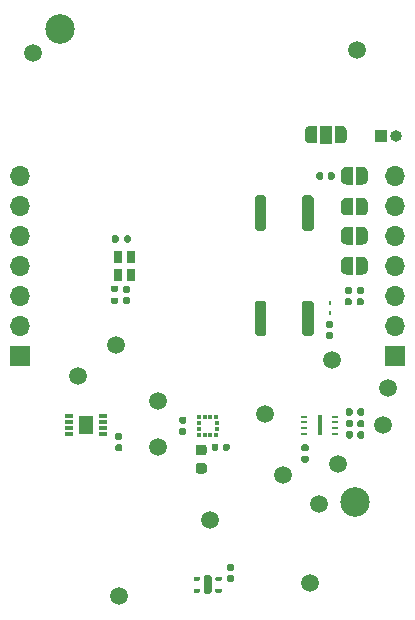
<source format=gbs>
G04 #@! TF.GenerationSoftware,KiCad,Pcbnew,(5.1.8)-1*
G04 #@! TF.CreationDate,2020-11-30T00:12:40+01:00*
G04 #@! TF.ProjectId,generic_node,67656e65-7269-4635-9f6e-6f64652e6b69,1.1*
G04 #@! TF.SameCoordinates,PX510ff40PY6422c40*
G04 #@! TF.FileFunction,Soldermask,Bot*
G04 #@! TF.FilePolarity,Negative*
%FSLAX46Y46*%
G04 Gerber Fmt 4.6, Leading zero omitted, Abs format (unit mm)*
G04 Created by KiCad (PCBNEW (5.1.8)-1) date 2020-11-30 00:12:40*
%MOMM*%
%LPD*%
G01*
G04 APERTURE LIST*
%ADD10R,0.375000X0.350000*%
%ADD11R,0.350000X0.375000*%
%ADD12R,0.750000X0.300000*%
%ADD13R,1.300000X1.500000*%
%ADD14R,0.300000X1.700000*%
%ADD15R,0.600000X0.270000*%
%ADD16C,0.100000*%
%ADD17R,1.000000X1.000000*%
%ADD18O,1.000000X1.000000*%
%ADD19R,1.700000X1.700000*%
%ADD20O,1.700000X1.700000*%
%ADD21C,2.500000*%
%ADD22R,0.800000X1.000000*%
%ADD23R,0.250000X0.360000*%
%ADD24C,1.500000*%
%ADD25R,1.000000X1.500000*%
G04 APERTURE END LIST*
D10*
X-754500Y-13288803D03*
X-754500Y-13788803D03*
X770500Y-13788803D03*
X770500Y-13288803D03*
D11*
X-742000Y-14301303D03*
X-742000Y-12776303D03*
X758000Y-14301303D03*
X758000Y-12776303D03*
X258000Y-14301303D03*
X-242000Y-14301303D03*
X258000Y-12776303D03*
X-242000Y-12776303D03*
D12*
X-11750000Y-14238803D03*
X-11750000Y-13738803D03*
X-11750000Y-13238803D03*
X-11750000Y-12738803D03*
X-8850000Y-12738803D03*
X-8850000Y-13238803D03*
X-8850000Y-13738803D03*
X-8850000Y-14238803D03*
D13*
X-10300000Y-13488803D03*
G36*
G01*
X375400Y-26387900D02*
X375400Y-27637900D01*
G75*
G02*
X200400Y-27812900I-175000J0D01*
G01*
X-149600Y-27812900D01*
G75*
G02*
X-324600Y-27637900I0J175000D01*
G01*
X-324600Y-26387900D01*
G75*
G02*
X-149600Y-26212900I175000J0D01*
G01*
X200400Y-26212900D01*
G75*
G02*
X375400Y-26387900I0J-175000D01*
G01*
G37*
G36*
G01*
X-624600Y-26425400D02*
X-624600Y-26600400D01*
G75*
G02*
X-712100Y-26687900I-87500J0D01*
G01*
X-1087100Y-26687900D01*
G75*
G02*
X-1174600Y-26600400I0J87500D01*
G01*
X-1174600Y-26425400D01*
G75*
G02*
X-1087100Y-26337900I87500J0D01*
G01*
X-712100Y-26337900D01*
G75*
G02*
X-624600Y-26425400I0J-87500D01*
G01*
G37*
G36*
G01*
X-624600Y-27425400D02*
X-624600Y-27600400D01*
G75*
G02*
X-712100Y-27687900I-87500J0D01*
G01*
X-1087100Y-27687900D01*
G75*
G02*
X-1174600Y-27600400I0J87500D01*
G01*
X-1174600Y-27425400D01*
G75*
G02*
X-1087100Y-27337900I87500J0D01*
G01*
X-712100Y-27337900D01*
G75*
G02*
X-624600Y-27425400I0J-87500D01*
G01*
G37*
G36*
G01*
X1225400Y-27425400D02*
X1225400Y-27600400D01*
G75*
G02*
X1137900Y-27687900I-87500J0D01*
G01*
X762900Y-27687900D01*
G75*
G02*
X675400Y-27600400I0J87500D01*
G01*
X675400Y-27425400D01*
G75*
G02*
X762900Y-27337900I87500J0D01*
G01*
X1137900Y-27337900D01*
G75*
G02*
X1225400Y-27425400I0J-87500D01*
G01*
G37*
G36*
G01*
X1225400Y-26425400D02*
X1225400Y-26600400D01*
G75*
G02*
X1137900Y-26687900I-87500J0D01*
G01*
X762900Y-26687900D01*
G75*
G02*
X675400Y-26600400I0J87500D01*
G01*
X675400Y-26425400D01*
G75*
G02*
X762900Y-26337900I87500J0D01*
G01*
X1137900Y-26337900D01*
G75*
G02*
X1225400Y-26425400I0J-87500D01*
G01*
G37*
D14*
X9512000Y-13527000D03*
D15*
X10812000Y-14277000D03*
X10812000Y-13777000D03*
X10812000Y-13277000D03*
X10812000Y-12777000D03*
X8212000Y-12777000D03*
X8212000Y-13277000D03*
X8212000Y-13777000D03*
X8212000Y-14277000D03*
G36*
G01*
X-7680000Y-3245000D02*
X-8050000Y-3245000D01*
G75*
G02*
X-8185000Y-3110000I0J135000D01*
G01*
X-8185000Y-2840000D01*
G75*
G02*
X-8050000Y-2705000I135000J0D01*
G01*
X-7680000Y-2705000D01*
G75*
G02*
X-7545000Y-2840000I0J-135000D01*
G01*
X-7545000Y-3110000D01*
G75*
G02*
X-7680000Y-3245000I-135000J0D01*
G01*
G37*
G36*
G01*
X-7680000Y-2225000D02*
X-8050000Y-2225000D01*
G75*
G02*
X-8185000Y-2090000I0J135000D01*
G01*
X-8185000Y-1820000D01*
G75*
G02*
X-8050000Y-1685000I135000J0D01*
G01*
X-7680000Y-1685000D01*
G75*
G02*
X-7545000Y-1820000I0J-135000D01*
G01*
X-7545000Y-2090000D01*
G75*
G02*
X-7680000Y-2225000I-135000J0D01*
G01*
G37*
D16*
G36*
X11796000Y6870602D02*
G01*
X11771466Y6870602D01*
X11722635Y6875412D01*
X11674510Y6884984D01*
X11627555Y6899228D01*
X11582222Y6918005D01*
X11538949Y6941136D01*
X11498150Y6968396D01*
X11460221Y6999524D01*
X11425524Y7034221D01*
X11394396Y7072150D01*
X11367136Y7112949D01*
X11344005Y7156222D01*
X11325228Y7201555D01*
X11310984Y7248510D01*
X11301412Y7296635D01*
X11296602Y7345466D01*
X11296602Y7370000D01*
X11296000Y7370000D01*
X11296000Y7870000D01*
X11296602Y7870000D01*
X11296602Y7894534D01*
X11301412Y7943365D01*
X11310984Y7991490D01*
X11325228Y8038445D01*
X11344005Y8083778D01*
X11367136Y8127051D01*
X11394396Y8167850D01*
X11425524Y8205779D01*
X11460221Y8240476D01*
X11498150Y8271604D01*
X11538949Y8298864D01*
X11582222Y8321995D01*
X11627555Y8340772D01*
X11674510Y8355016D01*
X11722635Y8364588D01*
X11771466Y8369398D01*
X11796000Y8369398D01*
X11796000Y8370000D01*
X12296000Y8370000D01*
X12296000Y6870000D01*
X11796000Y6870000D01*
X11796000Y6870602D01*
G37*
G36*
X12596000Y8370000D02*
G01*
X13096000Y8370000D01*
X13096000Y8369398D01*
X13120534Y8369398D01*
X13169365Y8364588D01*
X13217490Y8355016D01*
X13264445Y8340772D01*
X13309778Y8321995D01*
X13353051Y8298864D01*
X13393850Y8271604D01*
X13431779Y8240476D01*
X13466476Y8205779D01*
X13497604Y8167850D01*
X13524864Y8127051D01*
X13547995Y8083778D01*
X13566772Y8038445D01*
X13581016Y7991490D01*
X13590588Y7943365D01*
X13595398Y7894534D01*
X13595398Y7870000D01*
X13596000Y7870000D01*
X13596000Y7370000D01*
X13595398Y7370000D01*
X13595398Y7345466D01*
X13590588Y7296635D01*
X13581016Y7248510D01*
X13566772Y7201555D01*
X13547995Y7156222D01*
X13524864Y7112949D01*
X13497604Y7072150D01*
X13466476Y7034221D01*
X13431779Y6999524D01*
X13393850Y6968396D01*
X13353051Y6941136D01*
X13309778Y6918005D01*
X13264445Y6899228D01*
X13217490Y6884984D01*
X13169365Y6875412D01*
X13120534Y6870602D01*
X13096000Y6870602D01*
X13096000Y6870000D01*
X12596000Y6870000D01*
X12596000Y8370000D01*
G37*
D17*
X14700000Y11000000D03*
D18*
X15970000Y11000000D03*
D16*
G36*
X13096000Y3289398D02*
G01*
X13120534Y3289398D01*
X13169365Y3284588D01*
X13217490Y3275016D01*
X13264445Y3260772D01*
X13309778Y3241995D01*
X13353051Y3218864D01*
X13393850Y3191604D01*
X13431779Y3160476D01*
X13466476Y3125779D01*
X13497604Y3087850D01*
X13524864Y3047051D01*
X13547995Y3003778D01*
X13566772Y2958445D01*
X13581016Y2911490D01*
X13590588Y2863365D01*
X13595398Y2814534D01*
X13595398Y2790000D01*
X13596000Y2790000D01*
X13596000Y2290000D01*
X13595398Y2290000D01*
X13595398Y2265466D01*
X13590588Y2216635D01*
X13581016Y2168510D01*
X13566772Y2121555D01*
X13547995Y2076222D01*
X13524864Y2032949D01*
X13497604Y1992150D01*
X13466476Y1954221D01*
X13431779Y1919524D01*
X13393850Y1888396D01*
X13353051Y1861136D01*
X13309778Y1838005D01*
X13264445Y1819228D01*
X13217490Y1804984D01*
X13169365Y1795412D01*
X13120534Y1790602D01*
X13096000Y1790602D01*
X13096000Y1790000D01*
X12596000Y1790000D01*
X12596000Y3290000D01*
X13096000Y3290000D01*
X13096000Y3289398D01*
G37*
G36*
X12296000Y1790000D02*
G01*
X11796000Y1790000D01*
X11796000Y1790602D01*
X11771466Y1790602D01*
X11722635Y1795412D01*
X11674510Y1804984D01*
X11627555Y1819228D01*
X11582222Y1838005D01*
X11538949Y1861136D01*
X11498150Y1888396D01*
X11460221Y1919524D01*
X11425524Y1954221D01*
X11394396Y1992150D01*
X11367136Y2032949D01*
X11344005Y2076222D01*
X11325228Y2121555D01*
X11310984Y2168510D01*
X11301412Y2216635D01*
X11296602Y2265466D01*
X11296602Y2290000D01*
X11296000Y2290000D01*
X11296000Y2790000D01*
X11296602Y2790000D01*
X11296602Y2814534D01*
X11301412Y2863365D01*
X11310984Y2911490D01*
X11325228Y2958445D01*
X11344005Y3003778D01*
X11367136Y3047051D01*
X11394396Y3087850D01*
X11425524Y3125779D01*
X11460221Y3160476D01*
X11498150Y3191604D01*
X11538949Y3218864D01*
X11582222Y3241995D01*
X11627555Y3260772D01*
X11674510Y3275016D01*
X11722635Y3284588D01*
X11771466Y3289398D01*
X11796000Y3289398D01*
X11796000Y3290000D01*
X12296000Y3290000D01*
X12296000Y1790000D01*
G37*
D19*
X15875000Y-7620000D03*
D20*
X15875000Y-5080000D03*
X15875000Y-2540000D03*
X15875000Y0D03*
X15875000Y2540000D03*
X15875000Y5080000D03*
X15875000Y7620000D03*
G36*
G01*
X1874000Y-15201000D02*
X1874000Y-15541000D01*
G75*
G02*
X1734000Y-15681000I-140000J0D01*
G01*
X1454000Y-15681000D01*
G75*
G02*
X1314000Y-15541000I0J140000D01*
G01*
X1314000Y-15201000D01*
G75*
G02*
X1454000Y-15061000I140000J0D01*
G01*
X1734000Y-15061000D01*
G75*
G02*
X1874000Y-15201000I0J-140000D01*
G01*
G37*
G36*
G01*
X914000Y-15201000D02*
X914000Y-15541000D01*
G75*
G02*
X774000Y-15681000I-140000J0D01*
G01*
X494000Y-15681000D01*
G75*
G02*
X354000Y-15541000I0J140000D01*
G01*
X354000Y-15201000D01*
G75*
G02*
X494000Y-15061000I140000J0D01*
G01*
X774000Y-15061000D01*
G75*
G02*
X914000Y-15201000I0J-140000D01*
G01*
G37*
G36*
G01*
X-280000Y-17605000D02*
X-780000Y-17605000D01*
G75*
G02*
X-1005000Y-17380000I0J225000D01*
G01*
X-1005000Y-16930000D01*
G75*
G02*
X-780000Y-16705000I225000J0D01*
G01*
X-280000Y-16705000D01*
G75*
G02*
X-55000Y-16930000I0J-225000D01*
G01*
X-55000Y-17380000D01*
G75*
G02*
X-280000Y-17605000I-225000J0D01*
G01*
G37*
G36*
G01*
X-280000Y-16055000D02*
X-780000Y-16055000D01*
G75*
G02*
X-1005000Y-15830000I0J225000D01*
G01*
X-1005000Y-15380000D01*
G75*
G02*
X-780000Y-15155000I225000J0D01*
G01*
X-280000Y-15155000D01*
G75*
G02*
X-55000Y-15380000I0J-225000D01*
G01*
X-55000Y-15830000D01*
G75*
G02*
X-280000Y-16055000I-225000J0D01*
G01*
G37*
D19*
X-15875000Y-7620000D03*
D20*
X-15875000Y-5080000D03*
X-15875000Y-2540000D03*
X-15875000Y0D03*
X-15875000Y2540000D03*
X-15875000Y5080000D03*
X-15875000Y7620000D03*
G36*
G01*
X12320000Y-14157500D02*
X12320000Y-14502500D01*
G75*
G02*
X12172500Y-14650000I-147500J0D01*
G01*
X11877500Y-14650000D01*
G75*
G02*
X11730000Y-14502500I0J147500D01*
G01*
X11730000Y-14157500D01*
G75*
G02*
X11877500Y-14010000I147500J0D01*
G01*
X12172500Y-14010000D01*
G75*
G02*
X12320000Y-14157500I0J-147500D01*
G01*
G37*
G36*
G01*
X13290000Y-14157500D02*
X13290000Y-14502500D01*
G75*
G02*
X13142500Y-14650000I-147500J0D01*
G01*
X12847500Y-14650000D01*
G75*
G02*
X12700000Y-14502500I0J147500D01*
G01*
X12700000Y-14157500D01*
G75*
G02*
X12847500Y-14010000I147500J0D01*
G01*
X13142500Y-14010000D01*
G75*
G02*
X13290000Y-14157500I0J-147500D01*
G01*
G37*
G36*
G01*
X-2267500Y-13749000D02*
X-1922500Y-13749000D01*
G75*
G02*
X-1775000Y-13896500I0J-147500D01*
G01*
X-1775000Y-14191500D01*
G75*
G02*
X-1922500Y-14339000I-147500J0D01*
G01*
X-2267500Y-14339000D01*
G75*
G02*
X-2415000Y-14191500I0J147500D01*
G01*
X-2415000Y-13896500D01*
G75*
G02*
X-2267500Y-13749000I147500J0D01*
G01*
G37*
G36*
G01*
X-2267500Y-12779000D02*
X-1922500Y-12779000D01*
G75*
G02*
X-1775000Y-12926500I0J-147500D01*
G01*
X-1775000Y-13221500D01*
G75*
G02*
X-1922500Y-13369000I-147500J0D01*
G01*
X-2267500Y-13369000D01*
G75*
G02*
X-2415000Y-13221500I0J147500D01*
G01*
X-2415000Y-12926500D01*
G75*
G02*
X-2267500Y-12779000I147500J0D01*
G01*
G37*
G36*
G01*
X1780500Y-25229000D02*
X2125500Y-25229000D01*
G75*
G02*
X2273000Y-25376500I0J-147500D01*
G01*
X2273000Y-25671500D01*
G75*
G02*
X2125500Y-25819000I-147500J0D01*
G01*
X1780500Y-25819000D01*
G75*
G02*
X1633000Y-25671500I0J147500D01*
G01*
X1633000Y-25376500D01*
G75*
G02*
X1780500Y-25229000I147500J0D01*
G01*
G37*
G36*
G01*
X1780500Y-26199000D02*
X2125500Y-26199000D01*
G75*
G02*
X2273000Y-26346500I0J-147500D01*
G01*
X2273000Y-26641500D01*
G75*
G02*
X2125500Y-26789000I-147500J0D01*
G01*
X1780500Y-26789000D01*
G75*
G02*
X1633000Y-26641500I0J147500D01*
G01*
X1633000Y-26346500D01*
G75*
G02*
X1780500Y-26199000I147500J0D01*
G01*
G37*
G36*
G01*
X-7347500Y-15730000D02*
X-7692500Y-15730000D01*
G75*
G02*
X-7840000Y-15582500I0J147500D01*
G01*
X-7840000Y-15287500D01*
G75*
G02*
X-7692500Y-15140000I147500J0D01*
G01*
X-7347500Y-15140000D01*
G75*
G02*
X-7200000Y-15287500I0J-147500D01*
G01*
X-7200000Y-15582500D01*
G75*
G02*
X-7347500Y-15730000I-147500J0D01*
G01*
G37*
G36*
G01*
X-7347500Y-14760000D02*
X-7692500Y-14760000D01*
G75*
G02*
X-7840000Y-14612500I0J147500D01*
G01*
X-7840000Y-14317500D01*
G75*
G02*
X-7692500Y-14170000I147500J0D01*
G01*
X-7347500Y-14170000D01*
G75*
G02*
X-7200000Y-14317500I0J-147500D01*
G01*
X-7200000Y-14612500D01*
G75*
G02*
X-7347500Y-14760000I-147500J0D01*
G01*
G37*
G36*
G01*
X10522500Y-6230000D02*
X10177500Y-6230000D01*
G75*
G02*
X10030000Y-6082500I0J147500D01*
G01*
X10030000Y-5787500D01*
G75*
G02*
X10177500Y-5640000I147500J0D01*
G01*
X10522500Y-5640000D01*
G75*
G02*
X10670000Y-5787500I0J-147500D01*
G01*
X10670000Y-6082500D01*
G75*
G02*
X10522500Y-6230000I-147500J0D01*
G01*
G37*
G36*
G01*
X10522500Y-5260000D02*
X10177500Y-5260000D01*
G75*
G02*
X10030000Y-5112500I0J147500D01*
G01*
X10030000Y-4817500D01*
G75*
G02*
X10177500Y-4670000I147500J0D01*
G01*
X10522500Y-4670000D01*
G75*
G02*
X10670000Y-4817500I0J-147500D01*
G01*
X10670000Y-5112500D01*
G75*
G02*
X10522500Y-5260000I-147500J0D01*
G01*
G37*
D21*
X12500000Y-20000000D03*
X-12500000Y20000000D03*
G36*
G01*
X13294000Y-13196500D02*
X13294000Y-13541500D01*
G75*
G02*
X13146500Y-13689000I-147500J0D01*
G01*
X12851500Y-13689000D01*
G75*
G02*
X12704000Y-13541500I0J147500D01*
G01*
X12704000Y-13196500D01*
G75*
G02*
X12851500Y-13049000I147500J0D01*
G01*
X13146500Y-13049000D01*
G75*
G02*
X13294000Y-13196500I0J-147500D01*
G01*
G37*
G36*
G01*
X12324000Y-13196500D02*
X12324000Y-13541500D01*
G75*
G02*
X12176500Y-13689000I-147500J0D01*
G01*
X11881500Y-13689000D01*
G75*
G02*
X11734000Y-13541500I0J147500D01*
G01*
X11734000Y-13196500D01*
G75*
G02*
X11881500Y-13049000I147500J0D01*
G01*
X12176500Y-13049000D01*
G75*
G02*
X12324000Y-13196500I0J-147500D01*
G01*
G37*
G36*
G01*
X12781500Y-1808000D02*
X13126500Y-1808000D01*
G75*
G02*
X13274000Y-1955500I0J-147500D01*
G01*
X13274000Y-2250500D01*
G75*
G02*
X13126500Y-2398000I-147500J0D01*
G01*
X12781500Y-2398000D01*
G75*
G02*
X12634000Y-2250500I0J147500D01*
G01*
X12634000Y-1955500D01*
G75*
G02*
X12781500Y-1808000I147500J0D01*
G01*
G37*
G36*
G01*
X12781500Y-2778000D02*
X13126500Y-2778000D01*
G75*
G02*
X13274000Y-2925500I0J-147500D01*
G01*
X13274000Y-3220500D01*
G75*
G02*
X13126500Y-3368000I-147500J0D01*
G01*
X12781500Y-3368000D01*
G75*
G02*
X12634000Y-3220500I0J147500D01*
G01*
X12634000Y-2925500D01*
G75*
G02*
X12781500Y-2778000I147500J0D01*
G01*
G37*
G36*
G01*
X13280000Y-12227500D02*
X13280000Y-12572500D01*
G75*
G02*
X13132500Y-12720000I-147500J0D01*
G01*
X12837500Y-12720000D01*
G75*
G02*
X12690000Y-12572500I0J147500D01*
G01*
X12690000Y-12227500D01*
G75*
G02*
X12837500Y-12080000I147500J0D01*
G01*
X13132500Y-12080000D01*
G75*
G02*
X13280000Y-12227500I0J-147500D01*
G01*
G37*
G36*
G01*
X12310000Y-12227500D02*
X12310000Y-12572500D01*
G75*
G02*
X12162500Y-12720000I-147500J0D01*
G01*
X11867500Y-12720000D01*
G75*
G02*
X11720000Y-12572500I0J147500D01*
G01*
X11720000Y-12227500D01*
G75*
G02*
X11867500Y-12080000I147500J0D01*
G01*
X12162500Y-12080000D01*
G75*
G02*
X12310000Y-12227500I0J-147500D01*
G01*
G37*
G36*
G01*
X9810000Y7772500D02*
X9810000Y7427500D01*
G75*
G02*
X9662500Y7280000I-147500J0D01*
G01*
X9367500Y7280000D01*
G75*
G02*
X9220000Y7427500I0J147500D01*
G01*
X9220000Y7772500D01*
G75*
G02*
X9367500Y7920000I147500J0D01*
G01*
X9662500Y7920000D01*
G75*
G02*
X9810000Y7772500I0J-147500D01*
G01*
G37*
G36*
G01*
X10780000Y7772500D02*
X10780000Y7427500D01*
G75*
G02*
X10632500Y7280000I-147500J0D01*
G01*
X10337500Y7280000D01*
G75*
G02*
X10190000Y7427500I0J147500D01*
G01*
X10190000Y7772500D01*
G75*
G02*
X10337500Y7920000I147500J0D01*
G01*
X10632500Y7920000D01*
G75*
G02*
X10780000Y7772500I0J-147500D01*
G01*
G37*
G36*
G01*
X-6676500Y-3245000D02*
X-7021500Y-3245000D01*
G75*
G02*
X-7169000Y-3097500I0J147500D01*
G01*
X-7169000Y-2802500D01*
G75*
G02*
X-7021500Y-2655000I147500J0D01*
G01*
X-6676500Y-2655000D01*
G75*
G02*
X-6529000Y-2802500I0J-147500D01*
G01*
X-6529000Y-3097500D01*
G75*
G02*
X-6676500Y-3245000I-147500J0D01*
G01*
G37*
G36*
G01*
X-6676500Y-2275000D02*
X-7021500Y-2275000D01*
G75*
G02*
X-7169000Y-2127500I0J147500D01*
G01*
X-7169000Y-1832500D01*
G75*
G02*
X-7021500Y-1685000I147500J0D01*
G01*
X-6676500Y-1685000D01*
G75*
G02*
X-6529000Y-1832500I0J-147500D01*
G01*
X-6529000Y-2127500D01*
G75*
G02*
X-6676500Y-2275000I-147500J0D01*
G01*
G37*
D22*
X-6450000Y750000D03*
X-6450000Y-750000D03*
X-7550000Y-750000D03*
X-7550000Y750000D03*
G36*
G01*
X8422500Y-15710000D02*
X8077500Y-15710000D01*
G75*
G02*
X7930000Y-15562500I0J147500D01*
G01*
X7930000Y-15267500D01*
G75*
G02*
X8077500Y-15120000I147500J0D01*
G01*
X8422500Y-15120000D01*
G75*
G02*
X8570000Y-15267500I0J-147500D01*
G01*
X8570000Y-15562500D01*
G75*
G02*
X8422500Y-15710000I-147500J0D01*
G01*
G37*
G36*
G01*
X8422500Y-16680000D02*
X8077500Y-16680000D01*
G75*
G02*
X7930000Y-16532500I0J147500D01*
G01*
X7930000Y-16237500D01*
G75*
G02*
X8077500Y-16090000I147500J0D01*
G01*
X8422500Y-16090000D01*
G75*
G02*
X8570000Y-16237500I0J-147500D01*
G01*
X8570000Y-16532500D01*
G75*
G02*
X8422500Y-16680000I-147500J0D01*
G01*
G37*
G36*
G01*
X12110500Y-2398000D02*
X11765500Y-2398000D01*
G75*
G02*
X11618000Y-2250500I0J147500D01*
G01*
X11618000Y-1955500D01*
G75*
G02*
X11765500Y-1808000I147500J0D01*
G01*
X12110500Y-1808000D01*
G75*
G02*
X12258000Y-1955500I0J-147500D01*
G01*
X12258000Y-2250500D01*
G75*
G02*
X12110500Y-2398000I-147500J0D01*
G01*
G37*
G36*
G01*
X12110500Y-3368000D02*
X11765500Y-3368000D01*
G75*
G02*
X11618000Y-3220500I0J147500D01*
G01*
X11618000Y-2925500D01*
G75*
G02*
X11765500Y-2778000I147500J0D01*
G01*
X12110500Y-2778000D01*
G75*
G02*
X12258000Y-2925500I0J-147500D01*
G01*
X12258000Y-3220500D01*
G75*
G02*
X12110500Y-3368000I-147500J0D01*
G01*
G37*
D23*
X10350000Y-4020000D03*
X10350000Y-3180000D03*
D24*
X-7500000Y-28000000D03*
D16*
G36*
X9270000Y10350000D02*
G01*
X8720000Y10350000D01*
X8720000Y10350602D01*
X8695466Y10350602D01*
X8646635Y10355412D01*
X8598510Y10364984D01*
X8551555Y10379228D01*
X8506222Y10398005D01*
X8462949Y10421136D01*
X8422150Y10448396D01*
X8384221Y10479524D01*
X8349524Y10514221D01*
X8318396Y10552150D01*
X8291136Y10592949D01*
X8268005Y10636222D01*
X8249228Y10681555D01*
X8234984Y10728510D01*
X8225412Y10776635D01*
X8220602Y10825466D01*
X8220602Y10850000D01*
X8220000Y10850000D01*
X8220000Y11350000D01*
X8220602Y11350000D01*
X8220602Y11374534D01*
X8225412Y11423365D01*
X8234984Y11471490D01*
X8249228Y11518445D01*
X8268005Y11563778D01*
X8291136Y11607051D01*
X8318396Y11647850D01*
X8349524Y11685779D01*
X8384221Y11720476D01*
X8422150Y11751604D01*
X8462949Y11778864D01*
X8506222Y11801995D01*
X8551555Y11820772D01*
X8598510Y11835016D01*
X8646635Y11844588D01*
X8695466Y11849398D01*
X8720000Y11849398D01*
X8720000Y11850000D01*
X9270000Y11850000D01*
X9270000Y10350000D01*
G37*
D25*
X10020000Y11100000D03*
D16*
G36*
X11320000Y11849398D02*
G01*
X11344534Y11849398D01*
X11393365Y11844588D01*
X11441490Y11835016D01*
X11488445Y11820772D01*
X11533778Y11801995D01*
X11577051Y11778864D01*
X11617850Y11751604D01*
X11655779Y11720476D01*
X11690476Y11685779D01*
X11721604Y11647850D01*
X11748864Y11607051D01*
X11771995Y11563778D01*
X11790772Y11518445D01*
X11805016Y11471490D01*
X11814588Y11423365D01*
X11819398Y11374534D01*
X11819398Y11350000D01*
X11820000Y11350000D01*
X11820000Y10850000D01*
X11819398Y10850000D01*
X11819398Y10825466D01*
X11814588Y10776635D01*
X11805016Y10728510D01*
X11790772Y10681555D01*
X11771995Y10636222D01*
X11748864Y10592949D01*
X11721604Y10552150D01*
X11690476Y10514221D01*
X11655779Y10479524D01*
X11617850Y10448396D01*
X11577051Y10421136D01*
X11533778Y10398005D01*
X11488445Y10379228D01*
X11441490Y10364984D01*
X11393365Y10355412D01*
X11344534Y10350602D01*
X11320000Y10350602D01*
X11320000Y10350000D01*
X10770000Y10350000D01*
X10770000Y11850000D01*
X11320000Y11850000D01*
X11320000Y11849398D01*
G37*
G36*
X11796000Y4250602D02*
G01*
X11771466Y4250602D01*
X11722635Y4255412D01*
X11674510Y4264984D01*
X11627555Y4279228D01*
X11582222Y4298005D01*
X11538949Y4321136D01*
X11498150Y4348396D01*
X11460221Y4379524D01*
X11425524Y4414221D01*
X11394396Y4452150D01*
X11367136Y4492949D01*
X11344005Y4536222D01*
X11325228Y4581555D01*
X11310984Y4628510D01*
X11301412Y4676635D01*
X11296602Y4725466D01*
X11296602Y4750000D01*
X11296000Y4750000D01*
X11296000Y5250000D01*
X11296602Y5250000D01*
X11296602Y5274534D01*
X11301412Y5323365D01*
X11310984Y5371490D01*
X11325228Y5418445D01*
X11344005Y5463778D01*
X11367136Y5507051D01*
X11394396Y5547850D01*
X11425524Y5585779D01*
X11460221Y5620476D01*
X11498150Y5651604D01*
X11538949Y5678864D01*
X11582222Y5701995D01*
X11627555Y5720772D01*
X11674510Y5735016D01*
X11722635Y5744588D01*
X11771466Y5749398D01*
X11796000Y5749398D01*
X11796000Y5750000D01*
X12296000Y5750000D01*
X12296000Y4250000D01*
X11796000Y4250000D01*
X11796000Y4250602D01*
G37*
G36*
X12596000Y5750000D02*
G01*
X13096000Y5750000D01*
X13096000Y5749398D01*
X13120534Y5749398D01*
X13169365Y5744588D01*
X13217490Y5735016D01*
X13264445Y5720772D01*
X13309778Y5701995D01*
X13353051Y5678864D01*
X13393850Y5651604D01*
X13431779Y5620476D01*
X13466476Y5585779D01*
X13497604Y5547850D01*
X13524864Y5507051D01*
X13547995Y5463778D01*
X13566772Y5418445D01*
X13581016Y5371490D01*
X13590588Y5323365D01*
X13595398Y5274534D01*
X13595398Y5250000D01*
X13596000Y5250000D01*
X13596000Y4750000D01*
X13595398Y4750000D01*
X13595398Y4725466D01*
X13590588Y4676635D01*
X13581016Y4628510D01*
X13566772Y4581555D01*
X13547995Y4536222D01*
X13524864Y4492949D01*
X13497604Y4452150D01*
X13466476Y4414221D01*
X13431779Y4379524D01*
X13393850Y4348396D01*
X13353051Y4321136D01*
X13309778Y4298005D01*
X13264445Y4279228D01*
X13217490Y4264984D01*
X13169365Y4255412D01*
X13120534Y4250602D01*
X13096000Y4250602D01*
X13096000Y4250000D01*
X12596000Y4250000D01*
X12596000Y5750000D01*
G37*
G36*
X13096000Y749398D02*
G01*
X13120534Y749398D01*
X13169365Y744588D01*
X13217490Y735016D01*
X13264445Y720772D01*
X13309778Y701995D01*
X13353051Y678864D01*
X13393850Y651604D01*
X13431779Y620476D01*
X13466476Y585779D01*
X13497604Y547850D01*
X13524864Y507051D01*
X13547995Y463778D01*
X13566772Y418445D01*
X13581016Y371490D01*
X13590588Y323365D01*
X13595398Y274534D01*
X13595398Y250000D01*
X13596000Y250000D01*
X13596000Y-250000D01*
X13595398Y-250000D01*
X13595398Y-274534D01*
X13590588Y-323365D01*
X13581016Y-371490D01*
X13566772Y-418445D01*
X13547995Y-463778D01*
X13524864Y-507051D01*
X13497604Y-547850D01*
X13466476Y-585779D01*
X13431779Y-620476D01*
X13393850Y-651604D01*
X13353051Y-678864D01*
X13309778Y-701995D01*
X13264445Y-720772D01*
X13217490Y-735016D01*
X13169365Y-744588D01*
X13120534Y-749398D01*
X13096000Y-749398D01*
X13096000Y-750000D01*
X12596000Y-750000D01*
X12596000Y750000D01*
X13096000Y750000D01*
X13096000Y749398D01*
G37*
G36*
X12296000Y-750000D02*
G01*
X11796000Y-750000D01*
X11796000Y-749398D01*
X11771466Y-749398D01*
X11722635Y-744588D01*
X11674510Y-735016D01*
X11627555Y-720772D01*
X11582222Y-701995D01*
X11538949Y-678864D01*
X11498150Y-651604D01*
X11460221Y-620476D01*
X11425524Y-585779D01*
X11394396Y-547850D01*
X11367136Y-507051D01*
X11344005Y-463778D01*
X11325228Y-418445D01*
X11310984Y-371490D01*
X11301412Y-323365D01*
X11296602Y-274534D01*
X11296602Y-250000D01*
X11296000Y-250000D01*
X11296000Y250000D01*
X11296602Y250000D01*
X11296602Y274534D01*
X11301412Y323365D01*
X11310984Y371490D01*
X11325228Y418445D01*
X11344005Y463778D01*
X11367136Y507051D01*
X11394396Y547850D01*
X11425524Y585779D01*
X11460221Y620476D01*
X11498150Y651604D01*
X11538949Y678864D01*
X11582222Y701995D01*
X11627555Y720772D01*
X11674510Y735016D01*
X11722635Y744588D01*
X11771466Y749398D01*
X11796000Y749398D01*
X11796000Y750000D01*
X12296000Y750000D01*
X12296000Y-750000D01*
G37*
G36*
G01*
X-8065000Y2074000D02*
X-8065000Y2444000D01*
G75*
G02*
X-7930000Y2579000I135000J0D01*
G01*
X-7660000Y2579000D01*
G75*
G02*
X-7525000Y2444000I0J-135000D01*
G01*
X-7525000Y2074000D01*
G75*
G02*
X-7660000Y1939000I-135000J0D01*
G01*
X-7930000Y1939000D01*
G75*
G02*
X-8065000Y2074000I0J135000D01*
G01*
G37*
G36*
G01*
X-7045000Y2074000D02*
X-7045000Y2444000D01*
G75*
G02*
X-6910000Y2579000I135000J0D01*
G01*
X-6640000Y2579000D01*
G75*
G02*
X-6505000Y2444000I0J-135000D01*
G01*
X-6505000Y2074000D01*
G75*
G02*
X-6640000Y1939000I-135000J0D01*
G01*
X-6910000Y1939000D01*
G75*
G02*
X-7045000Y2074000I0J135000D01*
G01*
G37*
D24*
X8660000Y-26910000D03*
X190000Y-21500000D03*
X10550000Y-7950000D03*
X-4175000Y-11425000D03*
X4900000Y-12580000D03*
X-14800000Y18000000D03*
X6420000Y-17710000D03*
X15300000Y-10380000D03*
X9440000Y-20170000D03*
X14860000Y-13490000D03*
X11037000Y-16824000D03*
X-4174000Y-15377000D03*
X-7760000Y-6680000D03*
X-10979000Y-9360000D03*
X12650000Y18250000D03*
G36*
G01*
X4800000Y2950000D02*
X4200000Y2950000D01*
G75*
G02*
X4000000Y3150000I0J200000D01*
G01*
X4000000Y5750000D01*
G75*
G02*
X4200000Y5950000I200000J0D01*
G01*
X4800000Y5950000D01*
G75*
G02*
X5000000Y5750000I0J-200000D01*
G01*
X5000000Y3150000D01*
G75*
G02*
X4800000Y2950000I-200000J0D01*
G01*
G37*
G36*
G01*
X4800000Y-5950000D02*
X4200000Y-5950000D01*
G75*
G02*
X4000000Y-5750000I0J200000D01*
G01*
X4000000Y-3150000D01*
G75*
G02*
X4200000Y-2950000I200000J0D01*
G01*
X4800000Y-2950000D01*
G75*
G02*
X5000000Y-3150000I0J-200000D01*
G01*
X5000000Y-5750000D01*
G75*
G02*
X4800000Y-5950000I-200000J0D01*
G01*
G37*
G36*
G01*
X8800000Y2950000D02*
X8200000Y2950000D01*
G75*
G02*
X8000000Y3150000I0J200000D01*
G01*
X8000000Y5750000D01*
G75*
G02*
X8200000Y5950000I200000J0D01*
G01*
X8800000Y5950000D01*
G75*
G02*
X9000000Y5750000I0J-200000D01*
G01*
X9000000Y3150000D01*
G75*
G02*
X8800000Y2950000I-200000J0D01*
G01*
G37*
G36*
G01*
X8800000Y-5950000D02*
X8200000Y-5950000D01*
G75*
G02*
X8000000Y-5750000I0J200000D01*
G01*
X8000000Y-3150000D01*
G75*
G02*
X8200000Y-2950000I200000J0D01*
G01*
X8800000Y-2950000D01*
G75*
G02*
X9000000Y-3150000I0J-200000D01*
G01*
X9000000Y-5750000D01*
G75*
G02*
X8800000Y-5950000I-200000J0D01*
G01*
G37*
M02*

</source>
